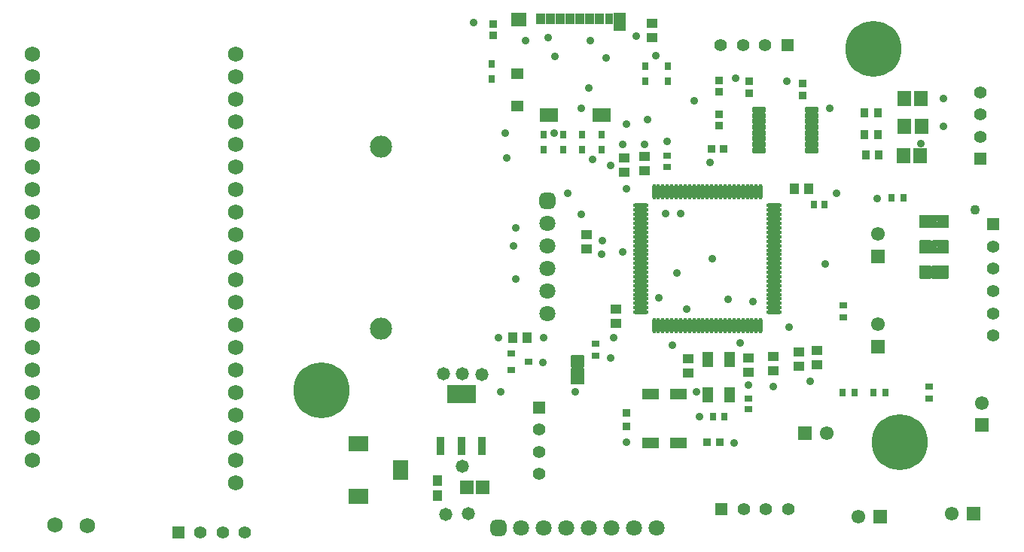
<source format=gts>
G04*
G04 #@! TF.GenerationSoftware,Altium Limited,Altium Designer,21.4.1 (30)*
G04*
G04 Layer_Color=8388736*
%FSLAX25Y25*%
%MOIN*%
G70*
G04*
G04 #@! TF.SameCoordinates,5141BEB0-0B1F-41B6-A3F9-944F83B17515*
G04*
G04*
G04 #@! TF.FilePolarity,Negative*
G04*
G01*
G75*
%ADD17R,0.03150X0.03543*%
%ADD18R,0.03543X0.02953*%
%ADD21R,0.03347X0.03543*%
%ADD22R,0.03543X0.03347*%
%ADD31R,0.12795X0.08465*%
%ADD32R,0.03740X0.08465*%
%ADD33R,0.03985X0.04562*%
%ADD34R,0.06213X0.06127*%
%ADD36R,0.02953X0.03543*%
%ADD37R,0.03591X0.03772*%
%ADD38R,0.03772X0.03591*%
%ADD40R,0.03197X0.02593*%
%ADD41R,0.04724X0.07087*%
%ADD43R,0.02593X0.03197*%
%ADD45R,0.07480X0.05118*%
%ADD47R,0.01900X0.00900*%
%ADD48R,0.00400X0.00400*%
%ADD49R,0.00900X0.01900*%
%ADD50R,0.04737X0.04343*%
%ADD51O,0.01784X0.06902*%
%ADD52O,0.06902X0.01784*%
%ADD53R,0.03753X0.05131*%
%ADD54R,0.04147X0.05131*%
%ADD55R,0.05524X0.04737*%
%ADD56R,0.08280X0.06115*%
%ADD57R,0.05406X0.07887*%
%ADD58R,0.06902X0.06115*%
G04:AMPARAMS|DCode=59|XSize=25.72mil|YSize=63.12mil|CornerRadius=5.95mil|HoleSize=0mil|Usage=FLASHONLY|Rotation=90.000|XOffset=0mil|YOffset=0mil|HoleType=Round|Shape=RoundedRectangle|*
%AMROUNDEDRECTD59*
21,1,0.02572,0.05122,0,0,90.0*
21,1,0.01382,0.06312,0,0,90.0*
1,1,0.01190,0.02561,0.00691*
1,1,0.01190,0.02561,-0.00691*
1,1,0.01190,-0.02561,-0.00691*
1,1,0.01190,-0.02561,0.00691*
%
%ADD59ROUNDEDRECTD59*%
%ADD60R,0.04800X0.05800*%
%ADD61R,0.04343X0.04737*%
%ADD62R,0.05918X0.06706*%
%ADD63R,0.03556X0.03162*%
%ADD64R,0.05800X0.04800*%
%ADD65R,0.03556X0.04343*%
%ADD66C,0.09776*%
%ADD67C,0.06800*%
%ADD68C,0.05512*%
%ADD69R,0.05512X0.05512*%
%ADD70R,0.05512X0.05512*%
%ADD71C,0.07099*%
G04:AMPARAMS|DCode=72|XSize=70.99mil|YSize=70.99mil|CornerRadius=19.75mil|HoleSize=0mil|Usage=FLASHONLY|Rotation=0.000|XOffset=0mil|YOffset=0mil|HoleType=Round|Shape=RoundedRectangle|*
%AMROUNDEDRECTD72*
21,1,0.07099,0.03150,0,0,0.0*
21,1,0.03150,0.07099,0,0,0.0*
1,1,0.03950,0.01575,-0.01575*
1,1,0.03950,-0.01575,-0.01575*
1,1,0.03950,-0.01575,0.01575*
1,1,0.03950,0.01575,0.01575*
%
%ADD72ROUNDEDRECTD72*%
G04:AMPARAMS|DCode=73|XSize=70.99mil|YSize=70.99mil|CornerRadius=19.75mil|HoleSize=0mil|Usage=FLASHONLY|Rotation=270.000|XOffset=0mil|YOffset=0mil|HoleType=Round|Shape=RoundedRectangle|*
%AMROUNDEDRECTD73*
21,1,0.07099,0.03150,0,0,270.0*
21,1,0.03150,0.07099,0,0,270.0*
1,1,0.03950,-0.01575,-0.01575*
1,1,0.03950,-0.01575,0.01575*
1,1,0.03950,0.01575,0.01575*
1,1,0.03950,0.01575,-0.01575*
%
%ADD73ROUNDEDRECTD73*%
%ADD74R,0.09068X0.06706*%
%ADD75R,0.06706X0.09068*%
%ADD76R,0.06102X0.06102*%
%ADD77R,0.06102X0.06102*%
%ADD78C,0.24800*%
%ADD79C,0.06102*%
%ADD80C,0.04331*%
%ADD81C,0.03600*%
%ADD82C,0.05800*%
G36*
X667952Y227397D02*
X668004Y227387D01*
X668053Y227370D01*
X668100Y227347D01*
X668144Y227318D01*
X668183Y227283D01*
X668218Y227244D01*
X668247Y227200D01*
X668270Y227153D01*
X668287Y227104D01*
X668297Y227052D01*
X668301Y227000D01*
Y222000D01*
X668297Y221948D01*
X668287Y221896D01*
X668270Y221847D01*
X668247Y221800D01*
X668218Y221756D01*
X668183Y221717D01*
X668144Y221682D01*
X668100Y221653D01*
X668053Y221630D01*
X668004Y221613D01*
X667952Y221603D01*
X667900Y221599D01*
X661300D01*
X661248Y221603D01*
X661196Y221613D01*
X661147Y221630D01*
X661100Y221653D01*
X661056Y221682D01*
X661017Y221717D01*
X660982Y221756D01*
X660953Y221800D01*
X660930Y221847D01*
X660913Y221896D01*
X660903Y221948D01*
X660899Y222000D01*
X660903Y222052D01*
X660913Y222104D01*
X660930Y222153D01*
X660939Y222172D01*
X660483Y221717D01*
X660444Y221682D01*
X660400Y221653D01*
X660353Y221630D01*
X660304Y221613D01*
X660252Y221603D01*
X660200Y221599D01*
X655700D01*
X655648Y221603D01*
X655596Y221613D01*
X655547Y221630D01*
X655500Y221653D01*
X655456Y221682D01*
X655417Y221717D01*
X655382Y221756D01*
X655353Y221800D01*
X655330Y221847D01*
X655313Y221896D01*
X655303Y221948D01*
X655299Y222000D01*
Y227000D01*
X655303Y227052D01*
X655313Y227104D01*
X655330Y227153D01*
X655353Y227200D01*
X655382Y227244D01*
X655417Y227283D01*
X655456Y227318D01*
X655500Y227347D01*
X655547Y227370D01*
X655596Y227387D01*
X655648Y227397D01*
X655700Y227401D01*
X660200D01*
X660252Y227397D01*
X660304Y227387D01*
X660353Y227370D01*
X660400Y227347D01*
X660444Y227318D01*
X660483Y227283D01*
X660939Y226828D01*
X660930Y226847D01*
X660913Y226896D01*
X660903Y226948D01*
X660899Y227000D01*
X660903Y227052D01*
X660913Y227104D01*
X660930Y227153D01*
X660953Y227200D01*
X660982Y227244D01*
X661017Y227283D01*
X661056Y227318D01*
X661100Y227347D01*
X661147Y227370D01*
X661196Y227387D01*
X661248Y227397D01*
X661300Y227401D01*
X667900D01*
X667952Y227397D01*
D02*
G37*
G36*
Y216147D02*
X668004Y216137D01*
X668053Y216120D01*
X668100Y216097D01*
X668144Y216068D01*
X668183Y216033D01*
X668218Y215994D01*
X668247Y215950D01*
X668270Y215903D01*
X668287Y215854D01*
X668297Y215802D01*
X668301Y215750D01*
Y210750D01*
X668297Y210698D01*
X668287Y210646D01*
X668270Y210597D01*
X668247Y210550D01*
X668218Y210506D01*
X668183Y210467D01*
X668144Y210432D01*
X668100Y210403D01*
X668053Y210380D01*
X668004Y210363D01*
X667952Y210353D01*
X667900Y210349D01*
X661300D01*
X661248Y210353D01*
X661196Y210363D01*
X661147Y210380D01*
X661100Y210403D01*
X661056Y210432D01*
X661017Y210467D01*
X660982Y210506D01*
X660953Y210550D01*
X660930Y210597D01*
X660913Y210646D01*
X660903Y210698D01*
X660899Y210750D01*
X660903Y210802D01*
X660913Y210854D01*
X660930Y210903D01*
X660939Y210922D01*
X660483Y210467D01*
X660444Y210432D01*
X660400Y210403D01*
X660353Y210380D01*
X660304Y210363D01*
X660252Y210353D01*
X660200Y210349D01*
X655700D01*
X655648Y210353D01*
X655596Y210363D01*
X655547Y210380D01*
X655500Y210403D01*
X655456Y210432D01*
X655417Y210467D01*
X655382Y210506D01*
X655353Y210550D01*
X655330Y210597D01*
X655313Y210646D01*
X655303Y210698D01*
X655299Y210750D01*
Y215750D01*
X655303Y215802D01*
X655313Y215854D01*
X655330Y215903D01*
X655353Y215950D01*
X655382Y215994D01*
X655417Y216033D01*
X655456Y216068D01*
X655500Y216097D01*
X655547Y216120D01*
X655596Y216137D01*
X655648Y216147D01*
X655700Y216151D01*
X660200D01*
X660252Y216147D01*
X660304Y216137D01*
X660353Y216120D01*
X660400Y216097D01*
X660444Y216068D01*
X660483Y216033D01*
X660939Y215578D01*
X660930Y215597D01*
X660913Y215646D01*
X660903Y215698D01*
X660899Y215750D01*
X660903Y215802D01*
X660913Y215854D01*
X660930Y215903D01*
X660953Y215950D01*
X660982Y215994D01*
X661017Y216033D01*
X661056Y216068D01*
X661100Y216097D01*
X661147Y216120D01*
X661196Y216137D01*
X661248Y216147D01*
X661300Y216151D01*
X667900D01*
X667952Y216147D01*
D02*
G37*
G36*
Y204897D02*
X668004Y204887D01*
X668053Y204870D01*
X668100Y204847D01*
X668144Y204818D01*
X668183Y204783D01*
X668218Y204744D01*
X668247Y204700D01*
X668270Y204653D01*
X668287Y204604D01*
X668297Y204552D01*
X668301Y204500D01*
Y199500D01*
X668297Y199448D01*
X668287Y199396D01*
X668270Y199347D01*
X668247Y199300D01*
X668218Y199256D01*
X668183Y199217D01*
X668144Y199182D01*
X668100Y199153D01*
X668053Y199130D01*
X668004Y199113D01*
X667952Y199103D01*
X667900Y199099D01*
X661300D01*
X661248Y199103D01*
X661196Y199113D01*
X661147Y199130D01*
X661100Y199153D01*
X661056Y199182D01*
X661017Y199217D01*
X660982Y199256D01*
X660953Y199300D01*
X660930Y199347D01*
X660913Y199396D01*
X660903Y199448D01*
X660899Y199500D01*
X660903Y199552D01*
X660913Y199604D01*
X660930Y199653D01*
X660939Y199672D01*
X660483Y199217D01*
X660444Y199182D01*
X660400Y199153D01*
X660353Y199130D01*
X660304Y199113D01*
X660252Y199103D01*
X660200Y199099D01*
X655700D01*
X655648Y199103D01*
X655596Y199113D01*
X655547Y199130D01*
X655500Y199153D01*
X655456Y199182D01*
X655417Y199217D01*
X655382Y199256D01*
X655353Y199300D01*
X655330Y199347D01*
X655313Y199396D01*
X655303Y199448D01*
X655299Y199500D01*
Y204500D01*
X655303Y204552D01*
X655313Y204604D01*
X655330Y204653D01*
X655353Y204700D01*
X655382Y204744D01*
X655417Y204783D01*
X655456Y204818D01*
X655500Y204847D01*
X655547Y204870D01*
X655596Y204887D01*
X655648Y204897D01*
X655700Y204901D01*
X660200D01*
X660252Y204897D01*
X660304Y204887D01*
X660353Y204870D01*
X660400Y204847D01*
X660444Y204818D01*
X660483Y204783D01*
X660939Y204328D01*
X660930Y204347D01*
X660913Y204396D01*
X660903Y204448D01*
X660899Y204500D01*
X660903Y204552D01*
X660913Y204604D01*
X660930Y204653D01*
X660953Y204700D01*
X660982Y204744D01*
X661017Y204783D01*
X661056Y204818D01*
X661100Y204847D01*
X661147Y204870D01*
X661196Y204887D01*
X661248Y204897D01*
X661300Y204901D01*
X667900D01*
X667952Y204897D01*
D02*
G37*
G36*
X506552Y165197D02*
X506604Y165187D01*
X506653Y165170D01*
X506700Y165147D01*
X506744Y165118D01*
X506783Y165083D01*
X506818Y165044D01*
X506847Y165000D01*
X506870Y164953D01*
X506887Y164904D01*
X506897Y164852D01*
X506901Y164800D01*
Y160300D01*
X506897Y160248D01*
X506887Y160196D01*
X506870Y160147D01*
X506847Y160100D01*
X506818Y160056D01*
X506783Y160017D01*
X506328Y159561D01*
X506347Y159570D01*
X506396Y159587D01*
X506448Y159597D01*
X506500Y159601D01*
X506552Y159597D01*
X506604Y159587D01*
X506653Y159570D01*
X506700Y159547D01*
X506744Y159518D01*
X506783Y159483D01*
X506818Y159444D01*
X506847Y159400D01*
X506870Y159353D01*
X506887Y159304D01*
X506897Y159252D01*
X506901Y159200D01*
Y152600D01*
X506897Y152548D01*
X506887Y152496D01*
X506870Y152447D01*
X506847Y152400D01*
X506818Y152356D01*
X506783Y152317D01*
X506744Y152282D01*
X506700Y152253D01*
X506653Y152230D01*
X506604Y152213D01*
X506552Y152203D01*
X506500Y152199D01*
X501500D01*
X501448Y152203D01*
X501396Y152213D01*
X501347Y152230D01*
X501300Y152253D01*
X501256Y152282D01*
X501217Y152317D01*
X501182Y152356D01*
X501153Y152400D01*
X501130Y152447D01*
X501113Y152496D01*
X501103Y152548D01*
X501099Y152600D01*
Y159200D01*
X501103Y159252D01*
X501113Y159304D01*
X501130Y159353D01*
X501153Y159400D01*
X501182Y159444D01*
X501217Y159483D01*
X501256Y159518D01*
X501300Y159547D01*
X501347Y159570D01*
X501396Y159587D01*
X501448Y159597D01*
X501500Y159601D01*
X501552Y159597D01*
X501604Y159587D01*
X501653Y159570D01*
X501672Y159561D01*
X501217Y160017D01*
X501182Y160056D01*
X501153Y160100D01*
X501130Y160147D01*
X501113Y160196D01*
X501103Y160248D01*
X501099Y160300D01*
Y164800D01*
X501103Y164852D01*
X501113Y164904D01*
X501130Y164953D01*
X501153Y165000D01*
X501182Y165044D01*
X501217Y165083D01*
X501256Y165118D01*
X501300Y165147D01*
X501347Y165170D01*
X501396Y165187D01*
X501448Y165197D01*
X501500Y165201D01*
X506500D01*
X506552Y165197D01*
D02*
G37*
%LPC*%
G36*
X663061Y224672D02*
X663070Y224653D01*
X663087Y224604D01*
X663097Y224552D01*
X663101Y224500D01*
X663097Y224448D01*
X663087Y224396D01*
X663070Y224347D01*
X663061Y224328D01*
X663233Y224500D01*
X663061Y224672D01*
D02*
G37*
G36*
Y213422D02*
X663070Y213403D01*
X663087Y213354D01*
X663097Y213302D01*
X663101Y213250D01*
X663097Y213198D01*
X663087Y213146D01*
X663070Y213097D01*
X663061Y213078D01*
X663233Y213250D01*
X663061Y213422D01*
D02*
G37*
G36*
Y202172D02*
X663070Y202153D01*
X663087Y202104D01*
X663097Y202052D01*
X663101Y202000D01*
X663097Y201948D01*
X663087Y201896D01*
X663070Y201847D01*
X663061Y201828D01*
X663233Y202000D01*
X663061Y202172D01*
D02*
G37*
G36*
X504172Y157439D02*
X504153Y157430D01*
X504104Y157413D01*
X504052Y157403D01*
X504000Y157399D01*
X503948Y157403D01*
X503896Y157413D01*
X503847Y157430D01*
X503828Y157439D01*
X504000Y157267D01*
X504172Y157439D01*
D02*
G37*
%LPD*%
D17*
X514500Y256307D02*
D03*
Y263000D02*
D03*
X497500Y256307D02*
D03*
Y263000D02*
D03*
X534000Y286653D02*
D03*
Y293347D02*
D03*
X544000Y286653D02*
D03*
Y293347D02*
D03*
X489000Y256307D02*
D03*
Y263000D02*
D03*
X506000Y256307D02*
D03*
Y263000D02*
D03*
X466000Y287653D02*
D03*
Y294346D02*
D03*
D18*
X543500Y253500D02*
D03*
Y248776D02*
D03*
X579500Y146000D02*
D03*
Y141276D02*
D03*
D21*
X568559Y256500D02*
D03*
X563441D02*
D03*
D22*
X566500Y272059D02*
D03*
Y266941D02*
D03*
Y287059D02*
D03*
Y281941D02*
D03*
X466500Y306941D02*
D03*
Y312059D02*
D03*
X603500Y285559D02*
D03*
Y280441D02*
D03*
X580000Y286500D02*
D03*
Y281382D02*
D03*
D31*
X452500Y147917D02*
D03*
D32*
X461555Y125083D02*
D03*
X452500D02*
D03*
X443445D02*
D03*
D33*
X442000Y102990D02*
D03*
Y109500D02*
D03*
D34*
X455098Y106500D02*
D03*
X461902D02*
D03*
D36*
X613362Y232000D02*
D03*
X564138Y138000D02*
D03*
X608638Y232000D02*
D03*
X568862Y138000D02*
D03*
D37*
X525500Y133776D02*
D03*
Y139500D02*
D03*
D38*
X567000Y126500D02*
D03*
X561276D02*
D03*
D40*
X512000Y164836D02*
D03*
X659500Y145836D02*
D03*
X621500Y182000D02*
D03*
X659500Y151164D02*
D03*
X621500Y187328D02*
D03*
X512000Y170164D02*
D03*
D41*
X561776Y147626D02*
D03*
X571224Y163374D02*
D03*
Y147626D02*
D03*
X561776Y163374D02*
D03*
D43*
X621336Y148500D02*
D03*
X634836D02*
D03*
X648328Y235000D02*
D03*
X626664Y148500D02*
D03*
X640164D02*
D03*
X643000Y235000D02*
D03*
D45*
X548799Y147827D02*
D03*
Y126173D02*
D03*
X536201D02*
D03*
Y147827D02*
D03*
D47*
X660950Y199550D02*
D03*
X660450Y204450D02*
D03*
Y215700D02*
D03*
X660950Y210800D02*
D03*
X660450Y226950D02*
D03*
X660950Y222050D02*
D03*
D48*
X663100Y202000D02*
D03*
Y213250D02*
D03*
Y224500D02*
D03*
X504000Y157400D02*
D03*
D49*
X506450Y160050D02*
D03*
X501550Y159550D02*
D03*
D50*
X537000Y312150D02*
D03*
Y305850D02*
D03*
X610000Y160850D02*
D03*
Y167150D02*
D03*
X553000Y157201D02*
D03*
Y163500D02*
D03*
X508000Y218650D02*
D03*
X602000Y160350D02*
D03*
X524500Y252650D02*
D03*
X533500Y253150D02*
D03*
X521000Y185500D02*
D03*
X579500Y157701D02*
D03*
X590500Y158350D02*
D03*
X602000Y166650D02*
D03*
X524500Y246350D02*
D03*
X533500Y246850D02*
D03*
X521000Y179201D02*
D03*
X579500Y164000D02*
D03*
X590500Y164650D02*
D03*
X508000Y212350D02*
D03*
D51*
X537815Y178248D02*
D03*
X539783D02*
D03*
X541752D02*
D03*
X543720D02*
D03*
X545689D02*
D03*
X547657D02*
D03*
X549626D02*
D03*
X551594D02*
D03*
X553563D02*
D03*
X559469D02*
D03*
X561437D02*
D03*
X563406D02*
D03*
X565374D02*
D03*
X567343D02*
D03*
X569311D02*
D03*
X571279D02*
D03*
X581122D02*
D03*
X583090D02*
D03*
X585059D02*
D03*
Y237500D02*
D03*
X583090D02*
D03*
X581122D02*
D03*
X579153D02*
D03*
X577185D02*
D03*
X575216D02*
D03*
X573248D02*
D03*
X571279D02*
D03*
X569311D02*
D03*
X567343D02*
D03*
X565374D02*
D03*
X563406D02*
D03*
X561437D02*
D03*
X559469D02*
D03*
X557500D02*
D03*
X555532D02*
D03*
X553563D02*
D03*
X551594D02*
D03*
X549626D02*
D03*
X547657D02*
D03*
X545689D02*
D03*
X543720D02*
D03*
X541752D02*
D03*
X537815D02*
D03*
X579153Y178248D02*
D03*
X577185D02*
D03*
X573248D02*
D03*
X557500D02*
D03*
X539783Y237500D02*
D03*
X575216Y178248D02*
D03*
X555532D02*
D03*
D52*
X591063Y184252D02*
D03*
Y190157D02*
D03*
Y192126D02*
D03*
Y194095D02*
D03*
Y196063D02*
D03*
Y198031D02*
D03*
Y200000D02*
D03*
Y201969D02*
D03*
Y203937D02*
D03*
Y205906D02*
D03*
Y207874D02*
D03*
Y209842D02*
D03*
Y211811D02*
D03*
Y213779D02*
D03*
Y215748D02*
D03*
Y217717D02*
D03*
Y219685D02*
D03*
Y221654D02*
D03*
Y223622D02*
D03*
Y225590D02*
D03*
Y227559D02*
D03*
Y229528D02*
D03*
X531811Y231496D02*
D03*
Y229528D02*
D03*
Y227559D02*
D03*
Y225590D02*
D03*
Y223622D02*
D03*
Y221654D02*
D03*
Y219685D02*
D03*
Y217717D02*
D03*
Y215748D02*
D03*
Y213779D02*
D03*
Y211811D02*
D03*
Y209842D02*
D03*
Y207874D02*
D03*
Y205906D02*
D03*
Y203937D02*
D03*
Y201969D02*
D03*
Y200000D02*
D03*
Y198031D02*
D03*
Y196063D02*
D03*
Y194095D02*
D03*
Y192126D02*
D03*
Y190157D02*
D03*
Y188189D02*
D03*
Y184252D02*
D03*
X591063Y231496D02*
D03*
Y188189D02*
D03*
X531811Y186221D02*
D03*
X591063D02*
D03*
D53*
X517864Y314309D02*
D03*
D54*
X513730D02*
D03*
X505069D02*
D03*
X496408D02*
D03*
X492077D02*
D03*
X487746D02*
D03*
X500738D02*
D03*
X509400D02*
D03*
D55*
X477372Y275530D02*
D03*
Y290096D02*
D03*
D56*
X491152Y271691D02*
D03*
X514655D02*
D03*
D57*
X522628Y312931D02*
D03*
D58*
X478061Y313817D02*
D03*
D59*
X607614Y256043D02*
D03*
Y258602D02*
D03*
Y261161D02*
D03*
Y263720D02*
D03*
Y266280D02*
D03*
Y268839D02*
D03*
Y271398D02*
D03*
Y273957D02*
D03*
X584386Y256043D02*
D03*
Y258602D02*
D03*
Y261161D02*
D03*
Y263720D02*
D03*
Y266280D02*
D03*
Y268839D02*
D03*
Y271398D02*
D03*
Y273957D02*
D03*
D60*
X665900Y202000D02*
D03*
X658000D02*
D03*
Y213250D02*
D03*
X665900D02*
D03*
X658000Y224500D02*
D03*
X665900D02*
D03*
D61*
X475350Y173000D02*
D03*
X606150Y239000D02*
D03*
X599850D02*
D03*
X481650Y173000D02*
D03*
D62*
X655740Y253500D02*
D03*
X656240Y266500D02*
D03*
X656000Y279000D02*
D03*
X648260Y253500D02*
D03*
X648760Y266500D02*
D03*
X648520Y279000D02*
D03*
D63*
X474500Y158520D02*
D03*
Y166000D02*
D03*
X482374Y162260D02*
D03*
D64*
X504000Y154600D02*
D03*
Y162500D02*
D03*
D65*
X631547Y254000D02*
D03*
X637453D02*
D03*
X631047Y263000D02*
D03*
X636953D02*
D03*
X631094Y272500D02*
D03*
X637000D02*
D03*
D66*
X417000Y176831D02*
D03*
Y257500D02*
D03*
D67*
X262500Y158500D02*
D03*
Y148500D02*
D03*
X352500Y128500D02*
D03*
Y228500D02*
D03*
Y238500D02*
D03*
Y278500D02*
D03*
Y288500D02*
D03*
Y298500D02*
D03*
X262500Y148500D02*
D03*
Y168500D02*
D03*
Y118500D02*
D03*
Y128500D02*
D03*
Y138500D02*
D03*
Y178500D02*
D03*
Y188500D02*
D03*
Y198500D02*
D03*
Y208500D02*
D03*
Y218500D02*
D03*
Y228500D02*
D03*
Y238500D02*
D03*
Y248500D02*
D03*
Y258500D02*
D03*
Y268500D02*
D03*
Y278500D02*
D03*
Y288500D02*
D03*
Y298500D02*
D03*
X352500Y148500D02*
D03*
D03*
Y138500D02*
D03*
Y158500D02*
D03*
Y168500D02*
D03*
Y178500D02*
D03*
Y188500D02*
D03*
Y198500D02*
D03*
Y208500D02*
D03*
Y218500D02*
D03*
Y248500D02*
D03*
Y258500D02*
D03*
Y268500D02*
D03*
Y118500D02*
D03*
Y108500D02*
D03*
X287000Y89500D02*
D03*
X272500Y90000D02*
D03*
D68*
X682433Y281764D02*
D03*
Y271921D02*
D03*
Y262079D02*
D03*
X356764Y86567D02*
D03*
X346921D02*
D03*
X337079D02*
D03*
X597185Y97000D02*
D03*
X487000Y112500D02*
D03*
X688000Y173972D02*
D03*
Y183815D02*
D03*
Y193658D02*
D03*
Y203500D02*
D03*
Y213342D02*
D03*
X587000Y302500D02*
D03*
X577157D02*
D03*
X567315D02*
D03*
X577500Y97000D02*
D03*
X587343D02*
D03*
X487000Y132185D02*
D03*
Y122343D02*
D03*
D69*
X682433Y252236D02*
D03*
X487000Y142028D02*
D03*
X688000Y223185D02*
D03*
D70*
X327236Y86567D02*
D03*
X596842Y302500D02*
D03*
X567658Y97000D02*
D03*
D71*
X519000Y88500D02*
D03*
X499000D02*
D03*
X479000D02*
D03*
X489000D02*
D03*
X509000D02*
D03*
X529000D02*
D03*
X539000D02*
D03*
X490500Y183500D02*
D03*
Y193500D02*
D03*
Y213500D02*
D03*
Y223500D02*
D03*
Y203500D02*
D03*
D72*
X469000Y88500D02*
D03*
D73*
X490500Y233500D02*
D03*
D74*
X407000Y126122D02*
D03*
Y102500D02*
D03*
D75*
X425504Y114311D02*
D03*
D76*
X638000Y93500D02*
D03*
X679343Y95000D02*
D03*
X604500Y130500D02*
D03*
D77*
X683000Y134158D02*
D03*
X636933Y169079D02*
D03*
Y209079D02*
D03*
D78*
X646500Y126500D02*
D03*
X390548Y149510D02*
D03*
X635000Y301000D02*
D03*
D79*
X628158Y93500D02*
D03*
X669500Y95000D02*
D03*
X683000Y144000D02*
D03*
X614342Y130500D02*
D03*
X636933Y178921D02*
D03*
Y218921D02*
D03*
D80*
X680126Y229484D02*
D03*
D81*
X618500Y237000D02*
D03*
X581535Y188859D02*
D03*
X570623Y189877D02*
D03*
X555500Y278000D02*
D03*
X535000Y269500D02*
D03*
X472500Y252500D02*
D03*
X525500Y267500D02*
D03*
X543000Y228000D02*
D03*
X656000Y259000D02*
D03*
X576000Y170500D02*
D03*
X597500Y177500D02*
D03*
X476500Y199000D02*
D03*
X548000Y201500D02*
D03*
X607000Y153500D02*
D03*
X518500Y164000D02*
D03*
X514500Y210000D02*
D03*
X489000Y173000D02*
D03*
X520000D02*
D03*
X472000Y263500D02*
D03*
X493500D02*
D03*
X518516Y249340D02*
D03*
X510500Y252000D02*
D03*
X505541Y227539D02*
D03*
X470000Y149000D02*
D03*
X503000D02*
D03*
X469000Y173000D02*
D03*
X573368Y126298D02*
D03*
X558000Y138000D02*
D03*
X525500Y126500D02*
D03*
X530000Y306500D02*
D03*
X574049Y288127D02*
D03*
X596500Y286500D02*
D03*
X552374Y185520D02*
D03*
X556500Y149000D02*
D03*
X615500Y274500D02*
D03*
X562500Y250500D02*
D03*
X543500Y260000D02*
D03*
X533500Y258500D02*
D03*
X524000D02*
D03*
X540000Y190500D02*
D03*
X666000Y279000D02*
D03*
Y266500D02*
D03*
X590781Y151466D02*
D03*
X579500Y152000D02*
D03*
X509500Y304500D02*
D03*
X480943Y304584D02*
D03*
X458000Y312500D02*
D03*
X499500Y237000D02*
D03*
X476500Y221500D02*
D03*
X475500Y213500D02*
D03*
X515000Y216000D02*
D03*
X524000Y211000D02*
D03*
X488500Y162000D02*
D03*
X546022Y169623D02*
D03*
X525500Y239000D02*
D03*
X563500Y208000D02*
D03*
X549500Y228000D02*
D03*
X538500Y298000D02*
D03*
X516500Y297000D02*
D03*
X494000Y297500D02*
D03*
X491000Y306000D02*
D03*
X509000Y283500D02*
D03*
X505500Y274500D02*
D03*
X636500Y234500D02*
D03*
X613500Y205500D02*
D03*
D82*
X453000Y116000D02*
D03*
X461500Y156500D02*
D03*
X444500Y157000D02*
D03*
X453000D02*
D03*
X455500Y95000D02*
D03*
X445500Y94500D02*
D03*
M02*

</source>
